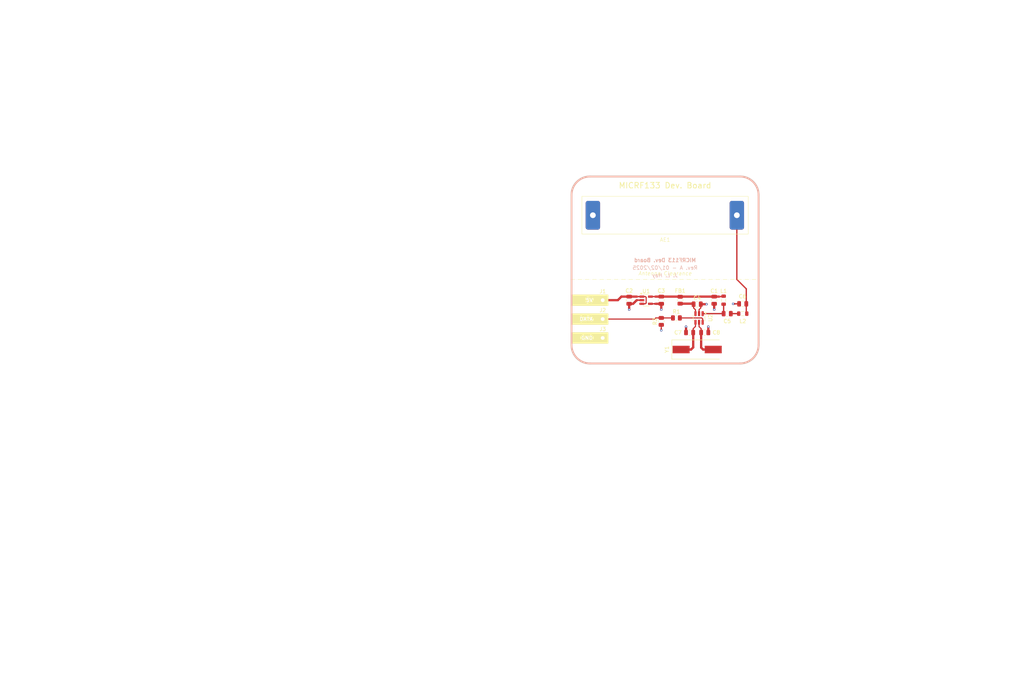
<source format=kicad_pcb>
(kicad_pcb (version 20240108) (generator "pcbnew") (generator_version "8.0")
  (layers (0 "F.Cu" signal) (1 "In1.Cu" signal) (2 "In2.Cu" signal) (31 "B.Cu" signal) (34 "B.Paste" user) (35 "F.Paste" user) (36 "B.SilkS" user "B.Silkscreen") (37 "F.SilkS" user "F.Silkscreen") (38 "B.Mask" user) (39 "F.Mask" user) (44 "Edge.Cuts" user))
  (net 0 "")
  (net 1 "GND")
  (net 2 "/TX_ANT")
  (net 3 "/PWR_TX_INT")
  (net 4 "/TX_XTAL_IN")
  (net 5 "/TX_XTAL_OUT")
  (net 6 "/TX_FILTER")
  (net 7 "/TX_OUT")
  (net 8 "/PWR_TX_3V3")
  (net 9 "/PWR_IN")
  (net 10 "/TX_IN")
  (net 11 "/TX_ASK")
  (footprint "Capacitor_SMD:C_0805_2012Metric" (layer "F.Cu") (at 188 92.5 -90)
    (property "Reference" "C3" (at -2.5 0 180) (layer "F.SilkS"))
    (property "Value" "10u")
    (fp_line (start -0.261252 0.735) (end 0.261252 0.735) (stroke (width 0.12)) (layer "F.SilkS"))
    (fp_line (start -0.261252 -0.735) (end 0.261252 -0.735) (stroke (width 0.12)) (layer "F.SilkS"))
    (pad "1" smd roundrect (at -0.95 0 270) (size 1 1.45) (layers "F.Cu" "F.Paste" "F.Mask") (net 8 "/PWR_TX_3V3"))
    (pad "2" smd roundrect (at 0.95 0 270) (size 1 1.45) (layers "F.Cu" "F.Paste" "F.Mask") (net 1 "GND"))
  )
  (footprint "Resistor_SMD:R_0805_2012Metric" (layer "F.Cu") (at 192 97.2)
    (property "Reference" "R1" (at 0 -1.65 0) (layer "F.SilkS"))
    (property "Value" "0R")
    (fp_line (start -0.227064 -0.735) (end 0.227064 -0.735) (stroke (width 0.12)) (layer "F.SilkS"))
    (fp_line (start -0.227064 0.735) (end 0.227064 0.735) (stroke (width 0.12)) (layer "F.SilkS"))
    (pad "1" smd roundrect (at -0.9125 0) (size 1.025 1.4) (layers "F.Cu" "F.Paste" "F.Mask") (roundrect_rratio 0.243902) (net 10 "/TX_IN"))
    (pad "2" smd roundrect (at 0.9125 0) (size 1.025 1.4) (layers "F.Cu" "F.Paste" "F.Mask") (roundrect_rratio 0.243902) (net 11 "/TX_ASK"))
  )
  (footprint "Capacitor_SMD:C_0805_2012Metric" (layer "F.Cu") (at 195.5 101.0625)
    (property "Reference" "C7" (at -2 0 0) (layer "F.SilkS") (effects (justify right)))
    (property "Value" "18p")
    (fp_line (start -0.261252 -0.735) (end 0.261252 -0.735) (stroke (width 0.12)) (layer "F.SilkS"))
    (fp_line (start -0.261252 0.735) (end 0.261252 0.735) (stroke (width 0.12)) (layer "F.SilkS"))
    (pad "1" smd roundrect (at -0.95 0) (size 1 1.45) (layers "F.Cu" "F.Paste" "F.Mask") (net 1 "GND"))
    (pad "2" smd roundrect (at 0.95 0) (size 1 1.45) (layers "F.Cu" "F.Paste" "F.Mask") (net 5 "/TX_XTAL_OUT"))
  )
  (footprint "Capacitor_SMD:C_0805_2012Metric" (layer "F.Cu") (at 209.55 93.4625 180)
    (property "Reference" "C6" (at 0.05 1.9625 180) (layer "F.SilkS"))
    (property "Value" "4p7")
    (fp_line (start -0.261252 0.735) (end 0.261252 0.735) (stroke (width 0.12)) (layer "F.SilkS"))
    (fp_line (start -0.261252 -0.735) (end 0.261252 -0.735) (stroke (width 0.12)) (layer "F.SilkS"))
    (pad "1" smd roundrect (at -0.95 0 180) (size 1 1.45) (layers "F.Cu" "F.Paste" "F.Mask") (net 2 "/TX_ANT"))
    (pad "2" smd roundrect (at 0.95 0 180) (size 1 1.45) (layers "F.Cu" "F.Paste" "F.Mask") (net 1 "GND"))
  )
  (footprint "Capacitor_SMD:C_0805_2012Metric" (layer "F.Cu") (at 205.45 96.0625)
    (property "Reference" "C5" (at 0 2 0) (layer "F.SilkS"))
    (property "Value" "12p")
    (fp_line (start -0.261252 -0.735) (end 0.261252 -0.735) (stroke (width 0.12)) (layer "F.SilkS"))
    (fp_line (start -0.261252 0.735) (end 0.261252 0.735) (stroke (width 0.12)) (layer "F.SilkS"))
    (pad "1" smd roundrect (at -0.95 0) (size 1 1.45) (layers "F.Cu" "F.Paste" "F.Mask") (net 7 "/TX_OUT"))
    (pad "2" smd roundrect (at 0.95 0) (size 1 1.45) (layers "F.Cu" "F.Paste" "F.Mask") (net 6 "/TX_FILTER"))
  )
  (footprint "Crystal:Crystal_SMD_HC49-SD" (layer "F.Cu") (at 197.5 105.5625)
    (property "Reference" "Y1" (at -8 0 90) (layer "F.SilkS"))
    (property "Value" "13M560")
    (fp_line (start -6.7 -2.55) (end -6.7 2.55) (stroke (width 0.12)) (layer "F.SilkS"))
    (fp_line (start -6.7 2.55) (end 5.9 2.55) (stroke (width 0.12)) (layer "F.SilkS"))
    (fp_line (start 5.9 -2.55) (end -6.7 -2.55) (stroke (width 0.12)) (layer "F.SilkS"))
    (pad "1" smd rect (at -4.25 0) (size 4.5 2) (layers "F.Cu" "F.Paste" "F.Mask") (net 5 "/TX_XTAL_OUT"))
    (pad "2" smd rect (at 4.25 0) (size 4.5 2) (layers "F.Cu" "F.Paste" "F.Mask") (net 4 "/TX_XTAL_IN"))
  )
  (footprint "Package_TO_SOT_SMD:SOT-23-6" (layer "F.Cu") (at 198 97.2 -90)
    (property "Reference" "U2" (at 0 -3 90) (layer "F.SilkS"))
    (property "Value" "MICRF113")
    (fp_line (start 0 1.56) (end -0.8 1.56) (stroke (width 0.12)) (layer "F.SilkS"))
    (fp_line (start 0 1.56) (end 0.8 1.56) (stroke (width 0.12)) (layer "F.SilkS"))
    (fp_line (start 0 -1.56) (end -0.8 -1.56) (stroke (width 0.12)) (layer "F.SilkS"))
    (fp_line (start 0 -1.56) (end 0.8 -1.56) (stroke (width 0.12)) (layer "F.SilkS"))
    (fp_poly (pts (xy -1.3 -1.51) (xy -1.54 -1.84) (xy -1.06 -1.84) (xy -1.3 -1.51)) (stroke (width 0.12)) (fill solid) (layer "F.SilkS"))
    (pad "1" smd roundrect (at -1.1375 -0.95 270) (size 1.325 0.6) (layers "F.Cu" "F.Paste" "F.Mask") (net 7 "/TX_OUT"))
    (pad "2" smd roundrect (at -1.1375 0 270) (size 1.325 0.6) (layers "F.Cu" "F.Paste" "F.Mask") (net 1 "GND"))
    (pad "3" smd roundrect (at -1.1375 0.95 270) (size 1.325 0.6) (layers "F.Cu" "F.Paste" "F.Mask") (net 3 "/PWR_TX_INT"))
    (pad "4" smd roundrect (at 1.1375 0.95 270) (size 1.325 0.6) (layers "F.Cu" "F.Paste" "F.Mask") (net 5 "/TX_XTAL_OUT"))
    (pad "5" smd roundrect (at 1.1375 0 270) (size 1.325 0.6) (layers "F.Cu" "F.Paste" "F.Mask") (net 4 "/TX_XTAL_IN"))
    (pad "6" smd roundrect (at 1.1375 -0.95 270) (size 1.325 0.6) (layers "F.Cu" "F.Paste" "F.Mask") (net 11 "/TX_ASK"))
  )
  (footprint "Package_TO_SOT_SMD:SOT-23-5" (layer "F.Cu") (at 184 92.5)
    (property "Reference" "U1" (at 0 -2.4 0) (layer "F.SilkS"))
    (property "Value" "TLV740P")
    (fp_line (start 0 -1.56) (end -0.8 -1.56) (stroke (width 0.12)) (layer "F.SilkS"))
    (fp_line (start 0 -1.56) (end 0.8 -1.56) (stroke (width 0.12)) (layer "F.SilkS"))
    (fp_line (start 0 1.56) (end -0.8 1.56) (stroke (width 0.12)) (layer "F.SilkS"))
    (fp_line (start 0 1.56) (end 0.8 1.56) (stroke (width 0.12)) (layer "F.SilkS"))
    (fp_poly (pts (xy -1.3 -1.51) (xy -1.54 -1.84) (xy -1.06 -1.84) (xy -1.3 -1.51)) (stroke (width 0.12)) (fill solid) (layer "F.SilkS"))
    (pad "1" smd roundrect (at -1.1375 -0.95) (size 1.325 0.6) (layers "F.Cu" "F.Paste" "F.Mask") (net 9 "/PWR_IN"))
    (pad "2" smd roundrect (at -1.1375 0) (size 1.325 0.6) (layers "F.Cu" "F.Paste" "F.Mask") (net 1 "GND"))
    (pad "3" smd roundrect (at -1.1375 0.95) (size 1.325 0.6) (layers "F.Cu" "F.Paste" "F.Mask") (net 9 "/PWR_IN"))
    (pad "4" smd roundrect (at 1.1375 0.95) (size 1.325 0.6) (layers "F.Cu" "F.Paste" "F.Mask") (net 1 "GND"))
    (pad "5" smd roundrect (at 1.1375 -0.95) (size 1.325 0.6) (layers "F.Cu" "F.Paste" "F.Mask") (net 8 "/PWR_TX_3V3"))
  )
  (footprint "Capacitor_SMD:C_0805_2012Metric" (layer "F.Cu") (at 202 92.5 -90)
    (property "Reference" "C1" (at -2.45 0 180) (layer "F.SilkS"))
    (property "Value" "10u")
    (fp_line (start -0.261252 0.735) (end 0.261252 0.735) (stroke (width 0.12)) (layer "F.SilkS"))
    (fp_line (start -0.261252 -0.735) (end 0.261252 -0.735) (stroke (width 0.12)) (layer "F.SilkS"))
    (pad "1" smd roundrect (at -0.95 0 270) (size 1 1.45) (layers "F.Cu" "F.Paste" "F.Mask") (net 8 "/PWR_TX_3V3"))
    (pad "2" smd roundrect (at 0.95 0 270) (size 1 1.45) (layers "F.Cu" "F.Paste" "F.Mask") (net 1 "GND"))
  )
  (footprint "Connector_PinHeader_2.54mm:PinHeader_1x01_P2.54mm_Vertical" (layer "F.Cu") (at 172.5 102.5)
    (property "Reference" "J3" (at 0 -2.33 0) (layer "F.SilkS"))
    (property "Value" "Conn_01x01")
    (fp_line (start -1.33 -1.33) (end 0 -1.33) (stroke (width 0.12)) (layer "F.SilkS"))
    (fp_line (start -1.33 0) (end -1.33 -1.33) (stroke (width 0.12)) (layer "F.SilkS"))
    (fp_line (start -1.33 1.27) (end -1.33 1.33) (stroke (width 0.12)) (layer "F.SilkS"))
    (fp_line (start -1.33 1.27) (end 1.33 1.27) (stroke (width 0.12)) (layer "F.SilkS"))
    (fp_line (start -1.33 1.33) (end 1.33 1.33) (stroke (width 0.12)) (layer "F.SilkS"))
    (fp_line (start 1.33 1.27) (end 1.33 1.33) (stroke (width 0.12)) (layer "F.SilkS"))
    (pad "1" thru_hole rect (at 0 0) (size 1.7 1.7) (drill 1) (layers "*.Cu" "*.Mask") (net 1 "GND"))
  )
  (footprint "Connector_PinHeader_2.54mm:PinHeader_1x01_P2.54mm_Vertical" (layer "F.Cu") (at 172.5 97.5)
    (property "Reference" "J2" (at 0 -2.33 0) (layer "F.SilkS"))
    (property "Value" "Conn_01x01")
    (fp_line (start -1.33 -1.33) (end 0 -1.33) (stroke (width 0.12)) (layer "F.SilkS"))
    (fp_line (start -1.33 0) (end -1.33 -1.33) (stroke (width 0.12)) (layer "F.SilkS"))
    (fp_line (start -1.33 1.27) (end -1.33 1.33) (stroke (width 0.12)) (layer "F.SilkS"))
    (fp_line (start -1.33 1.27) (end 1.33 1.27) (stroke (width 0.12)) (layer "F.SilkS"))
    (fp_line (start -1.33 1.33) (end 1.33 1.33) (stroke (width 0.12)) (layer "F.SilkS"))
    (fp_line (start 1.33 1.27) (end 1.33 1.33) (stroke (width 0.12)) (layer "F.SilkS"))
    (pad "1" thru_hole rect (at 0 0) (size 1.7 1.7) (drill 1) (layers "*.Cu" "*.Mask") (net 10 "/TX_IN"))
  )
  (footprint "Capacitor_SMD:C_0805_2012Metric" (layer "F.Cu") (at 179.5 92.5 -90)
    (property "Reference" "C2" (at -2.5 0 180) (layer "F.SilkS"))
    (property "Value" "10u")
    (fp_line (start -0.261252 0.735) (end 0.261252 0.735) (stroke (width 0.12)) (layer "F.SilkS"))
    (fp_line (start -0.261252 -0.735) (end 0.261252 -0.735) (stroke (width 0.12)) (layer "F.SilkS"))
    (pad "1" smd roundrect (at -0.95 0 270) (size 1 1.45) (layers "F.Cu" "F.Paste" "F.Mask") (net 9 "/PWR_IN"))
    (pad "2" smd roundrect (at 0.95 0 270) (size 1 1.45) (layers "F.Cu" "F.Paste" "F.Mask") (net 1 "GND"))
  )
  (footprint "Inductor_SMD:L_0805_2012Metric" (layer "F.Cu") (at 209.5625 96.0625)
    (property "Reference" "L2" (at 0 2 0) (layer "F.SilkS"))
    (property "Value" "68n")
    (fp_line (start -0.399622 -0.56) (end 0.399622 -0.56) (stroke (width 0.12)) (layer "F.SilkS"))
    (fp_line (start -0.399622 0.56) (end 0.399622 0.56) (stroke (width 0.12)) (layer "F.SilkS"))
    (pad "1" smd roundrect (at -1.0625 0) (size 0.875 1.2) (layers "F.Cu" "F.Paste" "F.Mask") (net 6 "/TX_FILTER"))
    (pad "2" smd roundrect (at 1.0625 0) (size 0.875 1.2) (layers "F.Cu" "F.Paste" "F.Mask") (net 2 "/TX_ANT"))
  )
  (footprint "Resistor_SMD:R_0805_2012Metric" (layer "F.Cu") (at 188 98.1125 90)
    (property "Reference" "R2" (at 0 -1.65 90) (layer "F.SilkS"))
    (property "Value" "100k")
    (fp_line (start -0.227064 -0.735) (end 0.227064 -0.735) (stroke (width 0.12)) (layer "F.SilkS"))
    (fp_line (start -0.227064 0.735) (end 0.227064 0.735) (stroke (width 0.12)) (layer "F.SilkS"))
    (pad "1" smd roundrect (at -0.9125 0 90) (size 1.025 1.4) (layers "F.Cu" "F.Paste" "F.Mask") (roundrect_rratio 0.243902) (net 1 "GND"))
    (pad "2" smd roundrect (at 0.9125 0 90) (size 1.025 1.4) (layers "F.Cu" "F.Paste" "F.Mask") (roundrect_rratio 0.243902) (net 10 "/TX_IN"))
  )
  (footprint "Resistor_SMD:R_0805_2012Metric" (layer "F.Cu") (at 193 92.5 -90)
    (property "Reference" "FB1" (at -2.5 0 180) (layer "F.SilkS"))
    (property "Value" "0R")
    (fp_line (start -0.227064 0.735) (end 0.227064 0.735) (stroke (width 0.12)) (layer "F.SilkS"))
    (fp_line (start -0.227064 -0.735) (end 0.227064 -0.735) (stroke (width 0.12)) (layer "F.SilkS"))
    (pad "1" smd roundrect (at -0.9125 0 270) (size 1.025 1.4) (layers "F.Cu" "F.Paste" "F.Mask") (roundrect_rratio 0.243902) (net 8 "/PWR_TX_3V3"))
    (pad "2" smd roundrect (at 0.9125 0 270) (size 1.025 1.4) (layers "F.Cu" "F.Paste" "F.Mask") (roundrect_rratio 0.243902) (net 3 "/PWR_TX_INT"))
  )
  (footprint "Inductor_SMD:L_0805_2012Metric" (layer "F.Cu") (at 204.5 92.5 -90)
    (property "Reference" "L1" (at -2.4375 0 180) (layer "F.SilkS"))
    (property "Value" "470n")
    (fp_line (start -0.399622 0.56) (end 0.399622 0.56) (stroke (width 0.12)) (layer "F.SilkS"))
    (fp_line (start -0.399622 -0.56) (end 0.399622 -0.56) (stroke (width 0.12)) (layer "F.SilkS"))
    (pad "1" smd roundrect (at -1.0625 0 270) (size 0.875 1.2) (layers "F.Cu" "F.Paste" "F.Mask") (net 8 "/PWR_TX_3V3"))
    (pad "2" smd roundrect (at 1.0625 0 270) (size 0.875 1.2) (layers "F.Cu" "F.Paste" "F.Mask") (net 7 "/TX_OUT"))
  )
  (footprint "Capacitor_SMD:C_0805_2012Metric" (layer "F.Cu") (at 199.5 101.0625 180)
    (property "Reference" "C8" (at -2 0 0) (layer "F.SilkS") (effects (justify left)))
    (property "Value" "18p")
    (fp_line (start -0.261252 0.735) (end 0.261252 0.735) (stroke (width 0.12)) (layer "F.SilkS"))
    (fp_line (start -0.261252 -0.735) (end 0.261252 -0.735) (stroke (width 0.12)) (layer "F.SilkS"))
    (pad "1" smd roundrect (at -0.95 0 180) (size 1 1.45) (layers "F.Cu" "F.Paste" "F.Mask") (net 1 "GND"))
    (pad "2" smd roundrect (at 0.95 0 180) (size 1 1.45) (layers "F.Cu" "F.Paste" "F.Mask") (net 4 "/TX_XTAL_IN"))
  )
  (footprint "Connector_PinHeader_2.54mm:PinHeader_1x01_P2.54mm_Vertical" (layer "F.Cu") (at 172.5 92.5)
    (property "Reference" "J1" (at 0 -2.33 0) (layer "F.SilkS"))
    (property "Value" "Conn_01x01")
    (fp_line (start -1.33 -1.33) (end 0 -1.33) (stroke (width 0.12)) (layer "F.SilkS"))
    (fp_line (start -1.33 0) (end -1.33 -1.33) (stroke (width 0.12)) (layer "F.SilkS"))
    (fp_line (start -1.33 1.27) (end -1.33 1.33) (stroke (width 0.12)) (layer "F.SilkS"))
    (fp_line (start -1.33 1.27) (end 1.33 1.27) (stroke (width 0.12)) (layer "F.SilkS"))
    (fp_line (start -1.33 1.33) (end 1.33 1.33) (stroke (width 0.12)) (layer "F.SilkS"))
    (fp_line (start 1.33 1.27) (end 1.33 1.33) (stroke (width 0.12)) (layer "F.SilkS"))
    (pad "1" thru_hole rect (at 0 0) (size 1.7 1.7) (drill 1) (layers "*.Cu" "*.Mask") (net 9 "/PWR_IN"))
  )
  (footprint "Capacitor_SMD:C_0805_2012Metric" (layer "F.Cu") (at 197.5 93.5625)
    (property "Reference" "C4" (at 0 -1.68 360) (layer "F.SilkS"))
    (property "Value" "100n")
    (fp_line (start -0.261252 -0.735) (end 0.261252 -0.735) (stroke (width 0.12)) (layer "F.SilkS"))
    (fp_line (start -0.261252 0.735) (end 0.261252 0.735) (stroke (width 0.12)) (layer "F.SilkS"))
    (pad "1" smd roundrect (at -0.95 0) (size 1 1.45) (layers "F.Cu" "F.Paste" "F.Mask") (net 3 "/PWR_TX_INT"))
    (pad "2" smd roundrect (at 0.95 0) (size 1 1.45) (layers "F.Cu" "F.Paste" "F.Mask") (net 1 "GND"))
  )
  (footprint "rf:TE_ANT-433-HETH" (layer "F.Cu") (at 208 70 180)
    (property "Reference" "AE1" (at 19 -6.5 0) (layer "F.SilkS") (effects (font (thickness 0.1))))
    (property "Value" "Antenna_Dipole")
    (fp_rect (start -3 -5) (end 41 5) (stroke (width 0.1)) (fill none) (layer "F.SilkS"))
    (pad "1" thru_hole roundrect (at 0 0 180) (size 3.81 7.62) (drill 1.52) (layers "*.Cu" "*.Mask") (roundrect_rratio 0.1640419948) (net 2 "/TX_ANT"))
    (pad "NC" thru_hole roundrect (at 38.1 0 180) (size 3.81 7.62) (drill 1.52) (layers "*.Cu" "*.Mask") (roundrect_rratio 0.1640419948))
  )
  (gr_line (start 213.75 64.65) (end 213.75 104.35) (stroke (width 0.5)) (layer "B.SilkS"))
  (gr_arc (start 164.25 64.65) (mid 165.685177 61.185177) (end 169.15 59.75) (stroke (width 0.5)) (layer "B.SilkS"))
  (gr_line (start 169.15 59.75) (end 208.85 59.75) (stroke (width 0.5)) (layer "B.SilkS"))
  (gr_arc (start 208.85 59.75) (mid 212.314823 61.185177) (end 213.75 64.65) (stroke (width 0.5)) (layer "B.SilkS"))
  (gr_line (start 164.25 104.35) (end 164.25 64.65) (stroke (width 0.5)) (layer "B.SilkS"))
  (gr_arc (start 213.75 104.35) (mid 212.314823 107.814823) (end 208.85 109.25) (stroke (width 0.5)) (layer "B.SilkS"))
  (gr_line (start 208.85 109.25) (end 169.15 109.25) (stroke (width 0.5)) (layer "B.SilkS"))
  (gr_arc (start 169.15 109.25) (mid 165.685177 107.814823) (end 164.25 104.35) (stroke (width 0.5)) (layer "B.SilkS"))
  (gr_line (start 164 87) (end 214 87) (stroke (width 0.1) (type dash_dot)) (layer "F.SilkS"))
  (gr_arc (start 214 104.5) (mid 212.535534 108.035534) (end 209 109.5) (stroke (width 0.05)) (layer "Edge.Cuts"))
  (gr_arc (start 164 64.5) (mid 165.464466 60.964466) (end 169 59.5) (stroke (width 0.05)) (layer "Edge.Cuts"))
  (gr_arc (start 209 59.5) (mid 212.535534 60.964466) (end 214 64.5) (stroke (width 0.05)) (layer "Edge.Cuts"))
  (gr_line (start 169 59.5) (end 209 59.5) (stroke (width 0.05)) (layer "Edge.Cuts"))
  (gr_line (start 164 104.5) (end 164 64.5) (stroke (width 0.05)) (layer "Edge.Cuts"))
  (gr_line (start 209 109.5) (end 169 109.5) (stroke (width 0.05)) (layer "Edge.Cuts"))
  (gr_arc (start 169 109.5) (mid 165.464466 108.035534) (end 164 104.5) (stroke (width 0.05)) (layer "Edge.Cuts"))
  (gr_line (start 214 64.5) (end 214 104.5) (stroke (width 0.05)) (layer "Edge.Cuts"))
  (gr_text "Rev. A - 01/02/2025" (at 189 84.5 0) (layer "B.SilkS") (effects (font (size 1 1) (thickness 0.125)) (justify bottom mirror)))
  (gr_text "MICRF113 Dev. Board" (at 189 82.5 0) (layer "B.SilkS") (effects (font (size 1 1) (thickness 0.2) (bold yes)) (justify bottom mirror)))
  (gr_text "J. L. Hay" (at 189 86.5 0) (layer "B.SilkS") (effects (font (size 1 1) (thickness 0.125) (italic yes)) (justify bottom mirror)))
  (gr_text "Antenna Clearance" (at 189 86 0) (layer "F.SilkS") (effects (font (size 1 1) (thickness 0.1) (italic yes)) (justify bottom)))
  (gr_text "DATA" (at 170 97.5 0) (layer "F.SilkS" knockout) (effects (font (size 1 1) (thickness 0.2) (bold yes)) (justify right)))
  (gr_text "MICRF133 Dev. Board" (at 189 63 0) (layer "F.SilkS") (effects (font (size 1.5 1.5) (thickness 0.2) (bold yes)) (justify bottom)))
  (gr_text "5V" (at 170 92.5 0) (layer "F.SilkS" knockout) (effects (font (size 1 1) (thickness 0.2) (bold yes)) (justify right)))
  (gr_text "GND" (at 170 102.5 0) (layer "F.SilkS" knockout) (effects (font (size 1 1) (thickness 0.2) (bold yes)) (justify right)))
  (segment (start 179.5 93.45) (end 180.55 93.45) (width 0.6) (layer "F.Cu") (net 1))
  (segment (start 202 93.45) (end 202 95) (width 0.6) (layer "F.Cu") (net 1))
  (segment (start 181 93) (end 181.5 92.5) (width 0.6) (layer "F.Cu") (net 1))
  (segment (start 188 93.45) (end 186.55 93.45) (width 0.6) (layer "F.Cu") (net 1))
  (segment (start 188 99.025) (end 188 100.5) (width 0.3) (layer "F.Cu") (net 1))
  (segment (start 198 95) (end 198.45 94.55) (width 0.3) (layer "F.Cu") (net 1))
  (segment (start 180.55 93.45) (end 181 93) (width 0.6) (layer "F.Cu") (net 1))
  (segment (start 182.8625 92.5) (end 181.5 92.5) (width 0.3) (layer "F.Cu") (net 1))
  (segment (start 188 95) (end 188 93.45) (width 0.6) (layer "F.Cu") (net 1))
  (segment (start 198 96.0625) (end 198 95) (width 0.3) (layer "F.Cu") (net 1))
  (segment (start 185.1375 93.45) (end 186.55 93.45) (width 0.3) (layer "F.Cu") (net 1))
  (segment (start 200 93.5625) (end 198.45 93.5625) (width 0.6) (layer "F.Cu") (net 1))
  (segment (start 179.5 95) (end 179.5 93.45) (width 0.6) (layer "F.Cu") (net 1))
  (segment (start 208.6 93.4625) (end 207 93.4625) (width 0.3493) (layer "F.Cu") (net 1))
  (segment (start 198.45 94.55) (end 198.45 93.5625) (width 0.3) (layer "F.Cu") (net 1))
  (segment (start 200.45 99.5) (end 200.45 101.0625) (width 0.6) (layer "F.Cu") (net 1))
  (segment (start 194.55 99.5) (end 194.55 101.0625) (width 0.6) (layer "F.Cu") (net 1))
  (via (at 188 95) (size 0.6) (drill 0.3) (layers "F.Cu" "B.Cu") (net 1))
  (via (at 200 93.5625) (size 0.6) (drill 0.3) (layers "F.Cu" "B.Cu") (net 1))
  (via (at 202 95) (size 0.6) (drill 0.3) (layers "F.Cu" "B.Cu") (net 1))
  (via (at 188 100.5) (size 0.6) (drill 0.3) (layers "F.Cu" "B.Cu") (net 1))
  (via (at 200.45 99.5) (size 0.6) (drill 0.3) (layers "F.Cu" "B.Cu") (net 1))
  (via (at 207 93.4625) (size 0.6) (drill 0.3) (layers "F.Cu" "B.Cu") (net 1))
  (via (at 179.5 95) (size 0.6) (drill 0.3) (layers "F.Cu" "B.Cu") (net 1))
  (via (at 194.55 99.5) (size 0.6) (drill 0.3) (layers "F.Cu" "B.Cu") (net 1))
  (segment (start 210.5 89.5) (end 208 87) (width 0.3493) (layer "F.Cu") (net 2))
  (segment (start 208 87) (end 208 70) (width 0.3493) (layer "F.Cu") (net 2))
  (segment (start 210.5 95.9375) (end 210.5 93.4625) (width 0.3493) (layer "F.Cu") (net 2))
  (segment (start 210.625 96.0625) (end 210.5 95.9375) (width 0.3493) (layer "F.Cu") (net 2))
  (segment (start 210.5 93.4625) (end 210.5 89.5) (width 0.3493) (layer "F.Cu") (net 2))
  (segment (start 193 93.4125) (end 196.4 93.4125) (width 0.6) (layer "F.Cu") (net 3))
  (segment (start 196.4 93.4125) (end 196.55 93.5625) (width 0.6) (layer "F.Cu") (net 3))
  (segment (start 197.05 95.05) (end 196.55 94.55) (width 0.3) (layer "F.Cu") (net 3))
  (segment (start 196.55 94.55) (end 196.55 93.5625) (width 0.3) (layer "F.Cu") (net 3))
  (segment (start 197.05 96.0625) (end 197.05 95.05) (width 0.3) (layer "F.Cu") (net 3))
  (segment (start 198 98.3375) (end 198 99.5) (width 0.3) (layer "F.Cu") (net 4))
  (segment (start 198.55 100.05) (end 198.55 101.0625) (width 0.3) (layer "F.Cu") (net 4))
  (segment (start 199.0625 105.5625) (end 201.75 105.5625) (width 0.6) (layer "F.Cu") (net 4))
  (segment (start 198 99.5) (end 198.55 100.05) (width 0.3) (layer "F.Cu") (net 4))
  (segment (start 198.55 105.05) (end 199.0625 105.5625) (width 0.6) (layer "F.Cu") (net 4))
  (segment (start 198.55 101.0625) (end 198.55 105.05) (width 0.6) (layer "F.Cu") (net 4))
  (segment (start 195.8875 105.5625) (end 193.25 105.5625) (width 0.6) (layer "F.Cu") (net 5))
  (segment (start 196.45 105) (end 195.8875 105.5625) (width 0.6) (layer "F.Cu") (net 5))
  (segment (start 197.05 99.45) (end 196.45 100.05) (width 0.3) (layer "F.Cu") (net 5))
  (segment (start 197.05 98.3375) (end 197.05 99.45) (width 0.3) (layer "F.Cu") (net 5))
  (segment (start 196.45 101.0625) (end 196.45 105) (width 0.6) (layer "F.Cu") (net 5))
  (segment (start 196.45 100.05) (end 196.45 101.0625) (width 0.3) (layer "F.Cu") (net 5))
  (segment (start 206.4 96.0625) (end 208.5 96.0625) (width 0.3493) (layer "F.Cu") (net 6))
  (segment (start 204.5 93.5625) (end 204.5 96.0625) (width 0.3493) (layer "F.Cu") (net 7))
  (segment (start 198.95 96.0625) (end 204.5 96.0625) (width 0.3493) (layer "F.Cu") (net 7))
  (segment (start 188 91.55) (end 202 91.55) (width 0.6) (layer "F.Cu") (net 8))
  (segment (start 188 91.55) (end 186.55 91.55) (width 0.6) (layer "F.Cu") (net 8))
  (segment (start 185.1375 91.55) (end 186.55 91.55) (width 0.3) (layer "F.Cu") (net 8))
  (segment (start 204.3875 91.55) (end 203.2 91.55) (width 0.3493) (layer "F.Cu") (net 8))
  (segment (start 202 91.55) (end 203.2 91.55) (width 0.6) (layer "F.Cu") (net 8))
  (segment (start 204.5 91.4375) (end 204.3875 91.55) (width 0.3493) (layer "F.Cu") (net 8))
  (segment (start 176.5 92.5) (end 177.45 91.55) (width 0.6) (layer "F.Cu") (net 9))
  (segment (start 182.8625 91.55) (end 183.8 91.55) (width 0.3) (layer "F.Cu") (net 9))
  (segment (start 181.45 91.55) (end 179.5 91.55) (width 0.6) (layer "F.Cu") (net 9))
  (segment (start 177.45 91.55) (end 179.5 91.55) (width 0.6) (layer "F.Cu") (net 9))
  (segment (start 184 91.75) (end 184 93.237499) (width 0.3) (layer "F.Cu") (net 9))
  (segment (start 183.787499 93.45) (end 182.8625 93.45) (width 0.3) (layer "F.Cu") (net 9))
  (segment (start 183.8 91.55) (end 184 91.75) (width 0.3) (layer "F.Cu") (net 9))
  (segment (start 182.8625 91.55) (end 181.45 91.55) (width 0.3) (layer "F.Cu") (net 9))
  (segment (start 172.5 92.5) (end 176.5 92.5) (width 0.6) (layer "F.Cu") (net 9))
  (segment (start 184 93.237499) (end 183.787499 93.45) (width 0.3) (layer "F.Cu") (net 9))
  (segment (start 188 97.2) (end 186.55 97.2) (width 0.3) (layer "F.Cu") (net 10))
  (segment (start 186.55 97.2) (end 186.25 97.5) (width 0.3) (layer "F.Cu") (net 10))
  (segment (start 188 97.2) (end 191.0875 97.2) (width 0.3) (layer "F.Cu") (net 10))
  (segment (start 186.25 97.5) (end 172.5 97.5) (width 0.3) (layer "F.Cu") (net 10))
  (segment (start 198.95 97.45) (end 198.95 98.3375) (width 0.3) (layer "F.Cu") (net 11))
  (segment (start 198.7 97.2) (end 198.95 97.45) (width 0.3) (layer "F.Cu") (net 11))
  (segment (start 192.9125 97.2) (end 198.7 97.2) (width 0.3) (layer "F.Cu") (net 11))
  (zone (net 0) (net_name "") (layer "F.SilkS") (connect_pads (clearance 0.5)) (min_thickness 0.25) (fill yes (thermal_gap 0.5) (thermal_bridge_width 0.5))
    (polygon (pts (xy 174 101) (xy 164 101) (xy 164 104) (xy 174 104)))
  )
  (zone (net 0) (net_name "") (layer "F.SilkS") (connect_pads (clearance 0.5)) (min_thickness 0.25) (fill yes (thermal_gap 0.5) (thermal_bridge_width 0.5))
    (polygon (pts (xy 174 94) (xy 174 91) (xy 164 91) (xy 164 94)))
  )
  (zone (net 0) (net_name "") (layer "F.SilkS") (connect_pads (clearance 0.5)) (min_thickness 0.25) (fill yes (thermal_gap 0.5) (thermal_bridge_width 0.5))
    (polygon (pts (xy 174 96) (xy 164 96) (xy 164 99) (xy 174 99)))
  )
)
</source>
